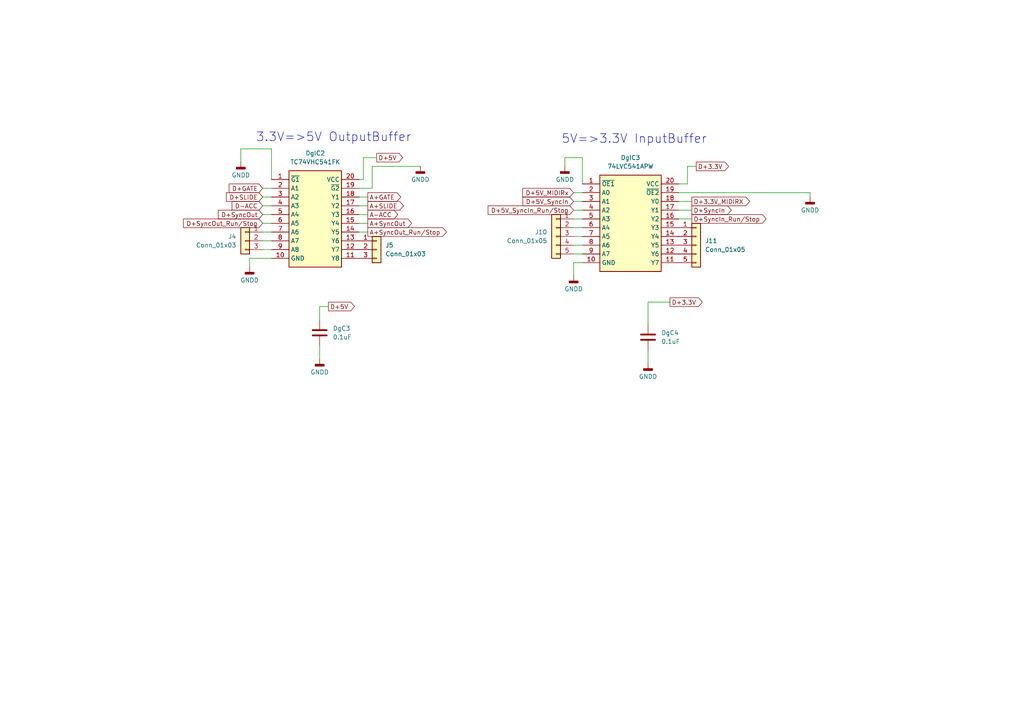
<source format=kicad_sch>
(kicad_sch (version 20231120) (generator "eeschema") (generator_version "8.0")
  (paper "A4")
  (lib_symbols
    (symbol "Connector_Generic:Conn_01x03" (pin_names (offset 1.016) hide)
      (property "Reference" "J" (at 0 5.08 0))
      (property "Value" "Conn_01x03" (at 0 -5.08 0))
      (symbol "Conn_01x03_1_1"
        (rectangle (start -1.27 -2.413) (end 0 -2.667) (stroke (width 0.1524)))
        (rectangle (start -1.27 0.127) (end 0 -0.127) (stroke (width 0.1524)))
        (rectangle (start -1.27 2.667) (end 0 2.413) (stroke (width 0.1524)))
        (rectangle (start -1.27 3.81) (end 1.27 -3.81) (stroke (width 0.254)) (fill (type background)))
        (pin passive line (at -5.08 2.54 0) (length 3.81) (name "Pin_1") (number "1"))
        (pin passive line (at -5.08 0 0) (length 3.81) (name "Pin_2") (number "2"))
        (pin passive line (at -5.08 -2.54 0) (length 3.81) (name "Pin_3") (number "3"))
      )
    )
    (symbol "Connector_Generic:Conn_01x05" (pin_names (offset 1.016) hide)
      (property "Reference" "J" (at 0 7.62 0))
      (property "Value" "Conn_01x05" (at 0 -7.62 0))
      (symbol "Conn_01x05_1_1"
        (rectangle (start -1.27 -4.953) (end 0 -5.207) (stroke (width 0.1524)))
        (rectangle (start -1.27 -2.413) (end 0 -2.667) (stroke (width 0.1524)))
        (rectangle (start -1.27 0.127) (end 0 -0.127) (stroke (width 0.1524)))
        (rectangle (start -1.27 2.667) (end 0 2.413) (stroke (width 0.1524)))
        (rectangle (start -1.27 5.207) (end 0 4.953) (stroke (width 0.1524)))
        (rectangle (start -1.27 6.35) (end 1.27 -6.35) (stroke (width 0.254)) (fill (type background)))
        (pin passive line (at -5.08 5.08 0) (length 3.81) (name "Pin_1") (number "1"))
        (pin passive line (at -5.08 2.54 0) (length 3.81) (name "Pin_2") (number "2"))
        (pin passive line (at -5.08 0 0) (length 3.81) (name "Pin_3") (number "3"))
        (pin passive line (at -5.08 -2.54 0) (length 3.81) (name "Pin_4") (number "4"))
        (pin passive line (at -5.08 -5.08 0) (length 3.81) (name "Pin_5") (number "5"))
      )
    )
    (symbol "Device:C" (pin_numbers hide) (pin_names (offset 0.254))
      (property "Reference" "C" (at 0.635 2.54 0))
      (property "Value" "C" (at 0.635 -2.54 0))
      (symbol "C_0_1"
        (polyline (pts (xy -2.032 -0.762) (xy 2.032 -0.762)) (stroke (width 0.508)))
        (polyline (pts (xy -2.032 0.762) (xy 2.032 0.762)) (stroke (width 0.508)))
      )
      (symbol "C_1_1"
        (pin passive line (at 0 3.81 270) (length 2.794) (name "~") (number "1"))
        (pin passive line (at 0 -3.81 90) (length 2.794) (name "~") (number "2"))
      )
    )
    (symbol "SamacSys_Parts:74LVC541APW"
      (property "Reference" "IC" (at 24.13 7.62 0))
      (property "Value" "74LVC541APW" (at 24.13 5.08 0))
      (symbol "74LVC541APW_1_1"
        (rectangle (start 5.08 2.54) (end 22.86 -25.4) (stroke (width 0.254)) (fill (type background)))
        (pin passive line (at 0 0 0) (length 5.08) (name "~{OE1}") (number "1"))
        (pin passive line (at 0 -22.86 0) (length 5.08) (name "GND") (number "10"))
        (pin passive line (at 27.94 -22.86 180) (length 5.08) (name "Y7") (number "11"))
        (pin passive line (at 27.94 -20.32 180) (length 5.08) (name "Y6") (number "12"))
        (pin passive line (at 27.94 -17.78 180) (length 5.08) (name "Y5") (number "13"))
        (pin passive line (at 27.94 -15.24 180) (length 5.08) (name "Y4") (number "14"))
        (pin passive line (at 27.94 -12.7 180) (length 5.08) (name "Y3") (number "15"))
        (pin passive line (at 27.94 -10.16 180) (length 5.08) (name "Y2") (number "16"))
        (pin passive line (at 27.94 -7.62 180) (length 5.08) (name "Y1") (number "17"))
        (pin passive line (at 27.94 -5.08 180) (length 5.08) (name "Y0") (number "18"))
        (pin passive line (at 27.94 -2.54 180) (length 5.08) (name "~{OE2}") (number "19"))
        (pin passive line (at 0 -2.54 0) (length 5.08) (name "A0") (number "2"))
        (pin passive line (at 27.94 0 180) (length 5.08) (name "VCC") (number "20"))
        (pin passive line (at 0 -5.08 0) (length 5.08) (name "A1") (number "3"))
        (pin passive line (at 0 -7.62 0) (length 5.08) (name "A2") (number "4"))
        (pin passive line (at 0 -10.16 0) (length 5.08) (name "A3") (number "5"))
        (pin passive line (at 0 -12.7 0) (length 5.08) (name "A4") (number "6"))
        (pin passive line (at 0 -15.24 0) (length 5.08) (name "A5") (number "7"))
        (pin passive line (at 0 -17.78 0) (length 5.08) (name "A6") (number "8"))
        (pin passive line (at 0 -20.32 0) (length 5.08) (name "A7") (number "9"))
      )
    )
    (symbol "SamacSys_Parts:TC74VHC541FK"
      (property "Reference" "IC" (at 21.59 7.62 0))
      (property "Value" "TC74VHC541FK" (at 21.59 5.08 0))
      (symbol "TC74VHC541FK_1_1"
        (rectangle (start 5.08 2.54) (end 20.32 -25.4) (stroke (width 0.254)) (fill (type background)))
        (pin passive line (at 0 0 0) (length 5.08) (name "~{G1}") (number "1"))
        (pin power_in line (at 0 -22.86 0) (length 5.08) (name "GND") (number "10"))
        (pin passive line (at 25.4 -22.86 180) (length 5.08) (name "Y8") (number "11"))
        (pin passive line (at 25.4 -20.32 180) (length 5.08) (name "Y7") (number "12"))
        (pin passive line (at 25.4 -17.78 180) (length 5.08) (name "Y6") (number "13"))
        (pin passive line (at 25.4 -15.24 180) (length 5.08) (name "Y5") (number "14"))
        (pin passive line (at 25.4 -12.7 180) (length 5.08) (name "Y4") (number "15"))
        (pin passive line (at 25.4 -10.16 180) (length 5.08) (name "Y3") (number "16"))
        (pin passive line (at 25.4 -7.62 180) (length 5.08) (name "Y2") (number "17"))
        (pin passive line (at 25.4 -5.08 180) (length 5.08) (name "Y1") (number "18"))
        (pin passive line (at 25.4 -2.54 180) (length 5.08) (name "~{G2}") (number "19"))
        (pin passive line (at 0 -2.54 0) (length 5.08) (name "A1") (number "2"))
        (pin power_in line (at 25.4 0 180) (length 5.08) (name "VCC") (number "20"))
        (pin passive line (at 0 -5.08 0) (length 5.08) (name "A2") (number "3"))
        (pin passive line (at 0 -7.62 0) (length 5.08) (name "A3") (number "4"))
        (pin passive line (at 0 -10.16 0) (length 5.08) (name "A4") (number "5"))
        (pin passive line (at 0 -12.7 0) (length 5.08) (name "A5") (number "6"))
        (pin passive line (at 0 -15.24 0) (length 5.08) (name "A6") (number "7"))
        (pin passive line (at 0 -17.78 0) (length 5.08) (name "A7") (number "8"))
        (pin passive line (at 0 -20.32 0) (length 5.08) (name "A8") (number "9"))
      )
    )
    (symbol "power:GNDD" (power) (pin_numbers hide) (pin_names (offset 0) hide)
      (property "Value" "GNDD" (at 0 -3.175 0))
      (symbol "GNDD_0_1"
        (rectangle (start -1.27 -1.524) (end 1.27 -2.032) (stroke (width 0.254)) (fill (type outline)))
        (polyline (pts (xy 0 0) (xy 0 -1.524)))
      )
      (symbol "GNDD_1_1"
        (pin power_in line (at 0 0 270) (length 0) (name "~") (number "1"))
      )
    )
  )
  (wire (pts (xy 200.66 58.42) (xy 196.85 58.42)))
  (wire (pts (xy 105.41 45.72) (xy 105.41 52.07)))
  (wire (pts (xy 72.39 74.93) (xy 72.39 77.47)))
  (wire (pts (xy 78.74 43.18) (xy 69.85 43.18)))
  (wire (pts (xy 187.96 87.63) (xy 187.96 93.98)))
  (wire (pts (xy 78.74 74.93) (xy 72.39 74.93)))
  (wire (pts (xy 76.2 59.69) (xy 78.74 59.69)))
  (wire (pts (xy 234.95 55.88) (xy 234.95 57.15)))
  (wire (pts (xy 166.37 60.96) (xy 168.91 60.96)))
  (wire (pts (xy 109.22 45.72) (xy 105.41 45.72)))
  (wire (pts (xy 200.66 60.96) (xy 196.85 60.96)))
  (wire (pts (xy 106.68 62.23) (xy 104.14 62.23)))
  (wire (pts (xy 194.31 87.63) (xy 187.96 87.63)))
  (wire (pts (xy 95.25 88.9) (xy 92.71 88.9)))
  (wire (pts (xy 201.93 48.26) (xy 199.39 48.26)))
  (wire (pts (xy 76.2 54.61) (xy 78.74 54.61)))
  (wire (pts (xy 166.37 73.66) (xy 168.91 73.66)))
  (wire (pts (xy 121.92 48.26) (xy 107.95 48.26)))
  (wire (pts (xy 76.2 69.85) (xy 78.74 69.85)))
  (wire (pts (xy 106.68 57.15) (xy 104.14 57.15)))
  (wire (pts (xy 76.2 67.31) (xy 78.74 67.31)))
  (wire (pts (xy 168.91 53.34) (xy 168.91 45.72)))
  (wire (pts (xy 187.96 101.6) (xy 187.96 105.41)))
  (wire (pts (xy 107.95 54.61) (xy 104.14 54.61)))
  (wire (pts (xy 106.68 67.31) (xy 104.14 67.31)))
  (wire (pts (xy 199.39 48.26) (xy 199.39 53.34)))
  (wire (pts (xy 106.68 59.69) (xy 104.14 59.69)))
  (wire (pts (xy 76.2 64.77) (xy 78.74 64.77)))
  (wire (pts (xy 168.91 45.72) (xy 163.83 45.72)))
  (wire (pts (xy 166.37 68.58) (xy 168.91 68.58)))
  (wire (pts (xy 166.37 58.42) (xy 168.91 58.42)))
  (wire (pts (xy 200.66 63.5) (xy 196.85 63.5)))
  (wire (pts (xy 92.71 100.33) (xy 92.71 104.14)))
  (wire (pts (xy 105.41 52.07) (xy 104.14 52.07)))
  (wire (pts (xy 69.85 43.18) (xy 69.85 46.99)))
  (wire (pts (xy 196.85 55.88) (xy 234.95 55.88)))
  (wire (pts (xy 166.37 55.88) (xy 168.91 55.88)))
  (wire (pts (xy 76.2 62.23) (xy 78.74 62.23)))
  (wire (pts (xy 166.37 63.5) (xy 168.91 63.5)))
  (wire (pts (xy 166.37 76.2) (xy 166.37 80.01)))
  (wire (pts (xy 166.37 71.12) (xy 168.91 71.12)))
  (wire (pts (xy 107.95 48.26) (xy 107.95 54.61)))
  (wire (pts (xy 199.39 53.34) (xy 196.85 53.34)))
  (wire (pts (xy 76.2 57.15) (xy 78.74 57.15)))
  (wire (pts (xy 106.68 64.77) (xy 104.14 64.77)))
  (wire (pts (xy 168.91 76.2) (xy 166.37 76.2)))
  (wire (pts (xy 166.37 66.04) (xy 168.91 66.04)))
  (wire (pts (xy 92.71 88.9) (xy 92.71 92.71)))
  (wire (pts (xy 78.74 52.07) (xy 78.74 43.18)))
  (wire (pts (xy 76.2 72.39) (xy 78.74 72.39)))
  (wire (pts (xy 163.83 45.72) (xy 163.83 48.26)))
  (text "3.3V=>5V OutputBuffer" (at 74.168 39.878 0) (effects (font (size 2.54 2.54)) (justify left)))
  (text "5V=>3.3V InputBuffer" (at 162.814 40.386 0) (effects (font (size 2.54 2.54)) (justify left)))
  (global_label "A+SyncOut" (shape output) (at 106.68 64.77 0) (property "Intersheetrefs" "${INTERSHEET_REFS}" (effects (hide yes))))
  (global_label "A+SLIDE" (shape output) (at 106.68 59.69 0) (property "Intersheetrefs" "${INTERSHEET_REFS}" (effects (hide yes))))
  (global_label "D+5V" (shape output) (at 109.22 45.72 0) (property "Intersheetrefs" "${INTERSHEET_REFS}" (effects (hide yes))))
  (global_label "A+GATE" (shape output) (at 106.68 57.15 0) (property "Intersheetrefs" "${INTERSHEET_REFS}" (effects (hide yes))))
  (global_label "D+5V_SyncIn_Run/Stop" (shape input) (at 166.37 60.96 180) (property "Intersheetrefs" "${INTERSHEET_REFS}" (effects (hide yes))))
  (global_label "A+SyncOut_Run{slash}Stop" (shape output) (at 106.68 67.31 0) (property "Intersheetrefs" "${INTERSHEET_REFS}" (effects (hide yes))))
  (global_label "D+5V_MIDIRx" (shape input) (at 166.37 55.88 180) (property "Intersheetrefs" "${INTERSHEET_REFS}" (effects (hide yes))))
  (global_label "D+SyncOut_Run{slash}Stop" (shape input) (at 76.2 64.77 180) (property "Intersheetrefs" "${INTERSHEET_REFS}" (effects (hide yes))))
  (global_label "D+5V_SyncIn" (shape input) (at 166.37 58.42 180) (property "Intersheetrefs" "${INTERSHEET_REFS}" (effects (hide yes))))
  (global_label "D+3.3V" (shape output) (at 201.93 48.26 0) (property "Intersheetrefs" "${INTERSHEET_REFS}" (effects (hide yes))))
  (global_label "D+SyncIn" (shape output) (at 200.66 60.96 0) (property "Intersheetrefs" "${INTERSHEET_REFS}" (effects (hide yes))))
  (global_label "D+GATE" (shape input) (at 76.2 54.61 180) (property "Intersheetrefs" "${INTERSHEET_REFS}" (effects (hide yes))))
  (global_label "D-ACC" (shape input) (at 76.2 59.69 180) (property "Intersheetrefs" "${INTERSHEET_REFS}" (effects (hide yes))))
  (global_label "D+SyncIn_Run{slash}Stop" (shape output) (at 200.66 63.5 0) (property "Intersheetrefs" "${INTERSHEET_REFS}" (effects (hide yes))))
  (global_label "D+SLIDE" (shape input) (at 76.2 57.15 180) (property "Intersheetrefs" "${INTERSHEET_REFS}" (effects (hide yes))))
  (global_label "D+SyncOut" (shape input) (at 76.2 62.23 180) (property "Intersheetrefs" "${INTERSHEET_REFS}" (effects (hide yes))))
  (global_label "D+5V" (shape output) (at 95.25 88.9 0) (property "Intersheetrefs" "${INTERSHEET_REFS}" (effects (hide yes))))
  (global_label "D+3.3V" (shape output) (at 194.31 87.63 0) (property "Intersheetrefs" "${INTERSHEET_REFS}" (effects (hide yes))))
  (global_label "A-ACC" (shape output) (at 106.68 62.23 0) (property "Intersheetrefs" "${INTERSHEET_REFS}" (effects (hide yes))))
  (global_label "D+3.3V_MIDIRX" (shape output) (at 200.66 58.42 0) (property "Intersheetrefs" "${INTERSHEET_REFS}" (effects (hide yes))))
  (symbol (lib_id "Device:C") (at 92.71 96.52 0) (unit 1)
    (property "Reference" "DgC3" (at 96.52 95.2499 0) (effects (justify left)))
    (property "Value" "0.1uF" (at 96.52 97.7899 0) (effects (justify left)))
    (property "Footprint" "Capacitor_SMD:C_0805_2012Metric_Pad1.18x1.45mm_HandSolder" (effects (hide yes)))
    (property "Description" "Unpolarized capacitor" (effects (hide yes)))
  )
  (symbol (lib_id "Device:C") (at 187.96 97.79 0) (unit 1)
    (property "Reference" "DgC4" (at 191.77 96.5199 0) (effects (justify left)))
    (property "Value" "0.1uF" (at 191.77 99.0599 0) (effects (justify left)))
    (property "Footprint" "Capacitor_SMD:C_0805_2012Metric_Pad1.18x1.45mm_HandSolder" (effects (hide yes)))
    (property "Description" "Unpolarized capacitor" (effects (hide yes)))
  )
  (symbol (lib_id "SamacSys_Parts:74LVC541APW") (at 168.91 53.34 0) (unit 1)
    (property "Reference" "DgIC3" (at 182.88 45.72 0))
    (property "Value" "74LVC541APW" (at 182.88 48.26 0))
    (property "Footprint" "SOP65P640X110-20N" (effects (hide yes)))
    (property "Datasheet" "https://assets.nexperia.com/documents/data-sheet/74LVC541A.pdf" (effects (hide yes)))
    (property "Description" "NXP 74LVC541APW,112 Octal-Channel Buffer & Line Driver, 3-State, 20-Pin TSSOP" (effects (hide yes)))
    (property "Height" "1.1" (effects (hide yes)))
    (property "Manufacturer_Name" "Nexperia" (effects (hide yes)))
    (property "Manufacturer_Part_Number" "74LVC541APW" (effects (hide yes)))
    (property "Mouser Part Number" "771-74LVC541APW" (effects (hide yes)))
    (property "Mouser Price/Stock" "https://www.mouser.co.uk/ProductDetail/Nexperia/74LVC541APW?qs=KBAwV6Cvgt0NDFU06gjMiA%3D%3D" (effects (hide yes)))
  )
  (symbol (lib_id "power:GNDD") (at 163.83 48.26 0) (unit 1)
    (property "Reference" "#PWR09" (effects (hide yes)))
    (property "Value" "GNDD" (at 163.83 52.07 0))
    (property "Description" "Power symbol creates a global label with name \"GNDD\" , digital ground" (effects (hide yes)))
  )
  (symbol (lib_id "Connector_Generic:Conn_01x05") (at 201.93 71.12 0) (unit 1)
    (property "Reference" "J11" (at 204.47 69.8499 0) (effects (justify left)))
    (property "Value" "Conn_01x05" (at 204.47 72.3899 0) (effects (justify left)))
    (property "Footprint" "Connector_PinHeader_2.54mm:PinHeader_1x05_P2.54mm_Vertical" (effects (hide yes)))
    (property "Description" "Generic connector, single row, 01x05, script generated (kicad-library-utils/schlib/autogen/connector/)" (effects (hide yes)))
  )
  (symbol (lib_id "Connector_Generic:Conn_01x03") (at 109.22 72.39 0) (unit 1)
    (property "Reference" "J5" (at 111.76 71.1199 0) (effects (justify left)))
    (property "Value" "Conn_01x03" (at 111.76 73.6599 0) (effects (justify left)))
    (property "Footprint" "Connector_PinHeader_2.54mm:PinHeader_1x03_P2.54mm_Vertical" (effects (hide yes)))
    (property "Description" "Generic connector, single row, 01x03, script generated (kicad-library-utils/schlib/autogen/connector/)" (effects (hide yes)))
  )
  (symbol (lib_id "power:GNDD") (at 72.39 77.47 0) (unit 1)
    (property "Reference" "#PWR08" (effects (hide yes)))
    (property "Value" "GNDD" (at 72.39 81.28 0))
    (property "Description" "Power symbol creates a global label with name \"GNDD\" , digital ground" (effects (hide yes)))
  )
  (symbol (lib_id "power:GNDD") (at 92.71 104.14 0) (unit 1)
    (property "Reference" "#PWR028" (effects (hide yes)))
    (property "Value" "GNDD" (at 92.71 107.95 0))
    (property "Description" "Power symbol creates a global label with name \"GNDD\" , digital ground" (effects (hide yes)))
  )
  (symbol (lib_id "Connector_Generic:Conn_01x05") (at 161.29 68.58 0) (mirror y) (unit 1)
    (property "Reference" "J10" (at 158.75 67.3099 0) (effects (justify left)))
    (property "Value" "Conn_01x05" (at 158.75 69.8499 0) (effects (justify left)))
    (property "Footprint" "Connector_PinHeader_2.54mm:PinHeader_1x05_P2.54mm_Vertical" (effects (hide yes)))
    (property "Description" "Generic connector, single row, 01x05, script generated (kicad-library-utils/schlib/autogen/connector/)" (effects (hide yes)))
  )
  (symbol (lib_id "power:GNDD") (at 121.92 48.26 0) (unit 1)
    (property "Reference" "#PWR035" (effects (hide yes)))
    (property "Value" "GNDD" (at 121.92 52.07 0))
    (property "Description" "Power symbol creates a global label with name \"GNDD\" , digital ground" (effects (hide yes)))
  )
  (symbol (lib_id "power:GNDD") (at 234.95 57.15 0) (unit 1)
    (property "Reference" "#PWR011" (effects (hide yes)))
    (property "Value" "GNDD" (at 234.95 60.96 0))
    (property "Description" "Power symbol creates a global label with name \"GNDD\" , digital ground" (effects (hide yes)))
  )
  (symbol (lib_id "power:GNDD") (at 187.96 105.41 0) (unit 1)
    (property "Reference" "#PWR029" (effects (hide yes)))
    (property "Value" "GNDD" (at 187.96 109.22 0))
    (property "Description" "Power symbol creates a global label with name \"GNDD\" , digital ground" (effects (hide yes)))
  )
  (symbol (lib_id "power:GNDD") (at 69.85 46.99 0) (unit 1)
    (property "Reference" "#PWR034" (effects (hide yes)))
    (property "Value" "GNDD" (at 69.85 50.8 0))
    (property "Description" "Power symbol creates a global label with name \"GNDD\" , digital ground" (effects (hide yes)))
  )
  (symbol (lib_id "SamacSys_Parts:TC74VHC541FK") (at 78.74 52.07 0) (unit 1)
    (property "Reference" "DgIC2" (at 91.44 44.45 0))
    (property "Value" "TC74VHC541FK" (at 91.44 46.99 0))
    (property "Footprint" "SamacSys_Parts:SOP50P400X100-20N" (effects (hide yes)))
    (property "Description" "TOSHIBA CMOS Digital Integrated Circuit Silicon Monolithic " (effects (hide yes)))
    (property "Height" "1" (effects (hide yes)))
    (property "Manufacturer_Name" "Toshiba" (effects (hide yes)))
    (property "Manufacturer_Part_Number" "TC74VHC541FK" (effects (hide yes)))
    (property "Mouser Part Number" "757-TC74VHC541FK" (effects (hide yes)))
    (property "Mouser Price/Stock" "https://www.mouser.co.uk/ProductDetail/Toshiba/TC74VHC541FK?qs=YSwmw3WEQ5Tp5FODSmbvSQ%3D%3D" (effects (hide yes)))
  )
  (symbol (lib_id "power:GNDD") (at 166.37 80.01 0) (unit 1)
    (property "Reference" "#PWR010" (effects (hide yes)))
    (property "Value" "GNDD" (at 166.37 83.82 0))
    (property "Description" "Power symbol creates a global label with name \"GNDD\" , digital ground" (effects (hide yes)))
  )
  (symbol (lib_id "Connector_Generic:Conn_01x03") (at 71.12 69.85 0) (mirror y) (unit 1)
    (property "Reference" "J4" (at 68.58 68.5799 0) (effects (justify left)))
    (property "Value" "Conn_01x03" (at 68.58 71.1199 0) (effects (justify left)))
    (property "Footprint" "Connector_PinHeader_2.54mm:PinHeader_1x03_P2.54mm_Vertical" (effects (hide yes)))
    (property "Description" "Generic connector, single row, 01x03, script generated (kicad-library-utils/schlib/autogen/connector/)" (effects (hide yes)))
  )
)
</source>
